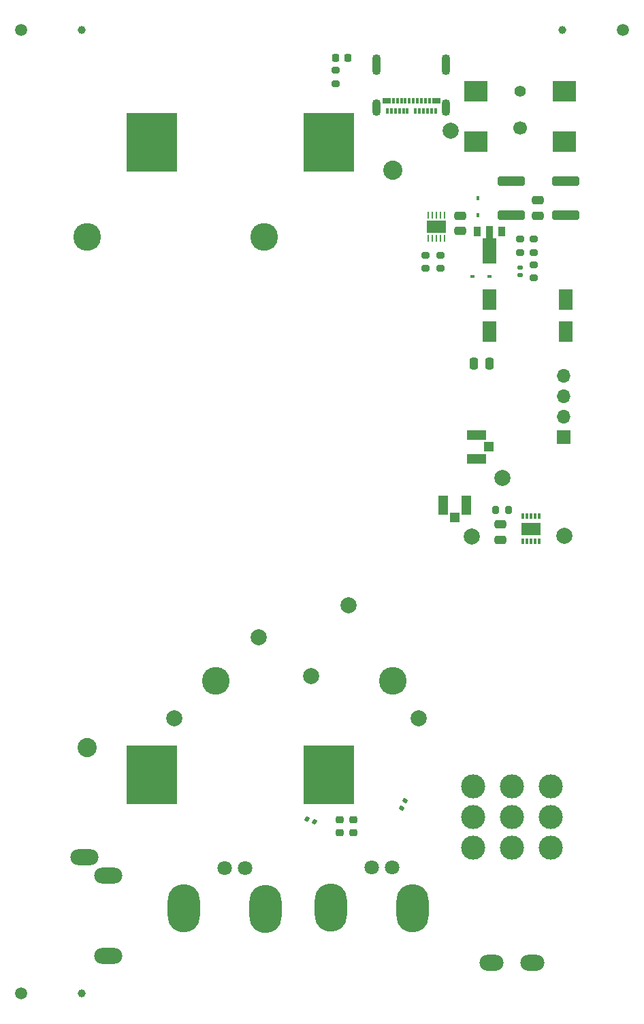
<source format=gts>
G04 #@! TF.GenerationSoftware,KiCad,Pcbnew,6.0.11+dfsg-1*
G04 #@! TF.CreationDate,2023-09-05T11:20:00+01:00*
G04 #@! TF.ProjectId,low-noise-power-probe-panel,6c6f772d-6e6f-4697-9365-2d706f776572,rev?*
G04 #@! TF.SameCoordinates,Original*
G04 #@! TF.FileFunction,Soldermask,Top*
G04 #@! TF.FilePolarity,Negative*
%FSLAX46Y46*%
G04 Gerber Fmt 4.6, Leading zero omitted, Abs format (unit mm)*
G04 Created by KiCad (PCBNEW 6.0.11+dfsg-1) date 2023-09-05 11:20:00*
%MOMM*%
%LPD*%
G01*
G04 APERTURE LIST*
G04 Aperture macros list*
%AMRoundRect*
0 Rectangle with rounded corners*
0 $1 Rounding radius*
0 $2 $3 $4 $5 $6 $7 $8 $9 X,Y pos of 4 corners*
0 Add a 4 corners polygon primitive as box body*
4,1,4,$2,$3,$4,$5,$6,$7,$8,$9,$2,$3,0*
0 Add four circle primitives for the rounded corners*
1,1,$1+$1,$2,$3*
1,1,$1+$1,$4,$5*
1,1,$1+$1,$6,$7*
1,1,$1+$1,$8,$9*
0 Add four rect primitives between the rounded corners*
20,1,$1+$1,$2,$3,$4,$5,0*
20,1,$1+$1,$4,$5,$6,$7,0*
20,1,$1+$1,$6,$7,$8,$9,0*
20,1,$1+$1,$8,$9,$2,$3,0*%
%AMFreePoly0*
4,1,9,3.862500,-0.866500,0.737500,-0.866500,0.737500,-0.450000,-0.737500,-0.450000,-0.737500,0.450000,0.737500,0.450000,0.737500,0.866500,3.862500,0.866500,3.862500,-0.866500,3.862500,-0.866500,$1*%
G04 Aperture macros list end*
%ADD10R,1.800000X2.500000*%
%ADD11C,1.000000*%
%ADD12RoundRect,0.218750X-0.256250X0.218750X-0.256250X-0.218750X0.256250X-0.218750X0.256250X0.218750X0*%
%ADD13RoundRect,0.200000X-0.275000X0.200000X-0.275000X-0.200000X0.275000X-0.200000X0.275000X0.200000X0*%
%ADD14C,3.450000*%
%ADD15C,2.390000*%
%ADD16R,6.350000X7.340000*%
%ADD17C,1.500000*%
%ADD18RoundRect,0.250000X-1.450000X0.312500X-1.450000X-0.312500X1.450000X-0.312500X1.450000X0.312500X0*%
%ADD19RoundRect,0.250000X0.250000X0.475000X-0.250000X0.475000X-0.250000X-0.475000X0.250000X-0.475000X0*%
%ADD20RoundRect,0.101600X-1.100000X-0.525000X1.100000X-0.525000X1.100000X0.525000X-1.100000X0.525000X0*%
%ADD21RoundRect,0.101600X-0.525000X-0.500000X0.525000X-0.500000X0.525000X0.500000X-0.525000X0.500000X0*%
%ADD22C,3.000000*%
%ADD23O,3.000000X2.000000*%
%ADD24O,4.000000X6.000000*%
%ADD25C,1.800000*%
%ADD26RoundRect,0.140000X0.170000X-0.140000X0.170000X0.140000X-0.170000X0.140000X-0.170000X-0.140000X0*%
%ADD27R,0.300000X0.650000*%
%ADD28R,2.480000X1.550000*%
%ADD29RoundRect,0.062500X-0.062500X0.362500X-0.062500X-0.362500X0.062500X-0.362500X0.062500X0.362500X0*%
%ADD30R,2.380000X1.650000*%
%ADD31RoundRect,0.250000X0.475000X-0.250000X0.475000X0.250000X-0.475000X0.250000X-0.475000X-0.250000X0*%
%ADD32RoundRect,0.218750X0.256250X-0.218750X0.256250X0.218750X-0.256250X0.218750X-0.256250X-0.218750X0*%
%ADD33R,0.450000X0.600000*%
%ADD34RoundRect,0.200000X0.200000X0.275000X-0.200000X0.275000X-0.200000X-0.275000X0.200000X-0.275000X0*%
%ADD35R,0.300000X0.700000*%
%ADD36R,1.000000X0.700000*%
%ADD37O,1.100000X2.100000*%
%ADD38O,1.100000X2.600000*%
%ADD39RoundRect,0.101600X-0.525000X1.100000X-0.525000X-1.100000X0.525000X-1.100000X0.525000X1.100000X0*%
%ADD40RoundRect,0.101600X-0.500000X0.525000X-0.500000X-0.525000X0.500000X-0.525000X0.500000X0.525000X0*%
%ADD41R,1.700000X1.700000*%
%ADD42O,1.700000X1.700000*%
%ADD43RoundRect,0.140000X0.198728X0.094906X-0.055038X0.213239X-0.198728X-0.094906X0.055038X-0.213239X0*%
%ADD44C,1.700000*%
%ADD45C,1.400000*%
%ADD46R,3.000000X2.500000*%
%ADD47RoundRect,0.200000X0.275000X-0.200000X0.275000X0.200000X-0.275000X0.200000X-0.275000X-0.200000X0*%
%ADD48R,0.600000X0.450000*%
%ADD49R,0.900000X1.300000*%
%ADD50FreePoly0,270.000000*%
%ADD51RoundRect,0.250000X-0.475000X0.250000X-0.475000X-0.250000X0.475000X-0.250000X0.475000X0.250000X0*%
%ADD52RoundRect,0.218750X-0.218750X-0.256250X0.218750X-0.256250X0.218750X0.256250X-0.218750X0.256250X0*%
%ADD53RoundRect,0.140000X0.094906X-0.198728X0.213239X0.055038X-0.094906X0.198728X-0.213239X-0.055038X0*%
%ADD54O,3.500000X2.000000*%
%ADD55C,2.000000*%
G04 APERTURE END LIST*
D10*
X240300000Y-60000000D03*
X240300000Y-56000000D03*
D11*
X180100000Y-22500000D03*
D12*
X212225000Y-120712500D03*
X212225000Y-122287500D03*
D13*
X224700000Y-50475000D03*
X224700000Y-52125000D03*
D11*
X180100000Y-142300000D03*
D14*
X202800000Y-48200000D03*
D15*
X218800000Y-39870000D03*
D14*
X218800000Y-103400000D03*
D16*
X210800000Y-36470000D03*
X210800000Y-115130000D03*
D17*
X172600000Y-22500000D03*
D18*
X233500000Y-41262500D03*
X233500000Y-45537500D03*
D19*
X230790000Y-63980000D03*
X228890000Y-63980000D03*
D20*
X229200000Y-72825000D03*
X229200000Y-75775000D03*
D21*
X230725000Y-74300000D03*
D22*
X228800000Y-124120000D03*
X228800000Y-120310000D03*
X228800000Y-116500000D03*
X233630000Y-124120000D03*
X233630000Y-120310000D03*
X233630000Y-116500000D03*
X238460000Y-124120000D03*
X238460000Y-120310000D03*
X238460000Y-116500000D03*
D23*
X231090000Y-138470000D03*
X236170000Y-138470000D03*
D24*
X192820000Y-131680000D03*
X202980000Y-131780000D03*
D25*
X197900000Y-126700000D03*
X200440000Y-126700000D03*
D26*
X234600000Y-52980000D03*
X234600000Y-52020000D03*
D27*
X235000000Y-86050000D03*
X235500000Y-86050000D03*
X236000000Y-86050000D03*
X236500000Y-86050000D03*
X237000000Y-86050000D03*
X237000000Y-82950000D03*
X236500000Y-82950000D03*
X236000000Y-82950000D03*
X235500000Y-82950000D03*
X235000000Y-82950000D03*
D28*
X236000000Y-84500000D03*
D29*
X225200000Y-45500000D03*
X224700000Y-45500000D03*
X224200000Y-45500000D03*
X223700000Y-45500000D03*
X223200000Y-45500000D03*
X223200000Y-48400000D03*
X223700000Y-48400000D03*
X224200000Y-48400000D03*
X224700000Y-48400000D03*
X225200000Y-48400000D03*
D30*
X224200000Y-46950000D03*
D31*
X236800000Y-45550000D03*
X236800000Y-43650000D03*
D13*
X222900000Y-50475000D03*
X222900000Y-52125000D03*
D10*
X230800000Y-60000000D03*
X230800000Y-56000000D03*
D32*
X213925000Y-122287500D03*
X213925000Y-120712500D03*
D33*
X229350000Y-45500000D03*
X229350000Y-43400000D03*
D34*
X233225000Y-82200000D03*
X231575000Y-82200000D03*
D35*
X224109483Y-32535000D03*
X223609483Y-32535000D03*
X223109483Y-32535000D03*
X222609483Y-32535000D03*
X222109483Y-32535000D03*
X221609483Y-32535000D03*
X220609483Y-32535000D03*
X220109483Y-32535000D03*
X219609483Y-32535000D03*
X219109483Y-32535000D03*
X218609483Y-32535000D03*
X218109483Y-32535000D03*
D36*
X218009483Y-31235000D03*
D35*
X218859483Y-31235000D03*
X219359483Y-31235000D03*
X219859483Y-31235000D03*
X220359483Y-31235000D03*
X220859483Y-31235000D03*
X221359483Y-31235000D03*
X221859483Y-31235000D03*
X222359483Y-31235000D03*
X222859483Y-31235000D03*
X223359483Y-31235000D03*
D36*
X224209483Y-31235000D03*
D37*
X225429483Y-32125000D03*
X216789483Y-32125000D03*
D38*
X216789483Y-26765000D03*
X225429483Y-26765000D03*
D39*
X227975000Y-81555000D03*
X225025000Y-81555000D03*
D40*
X226500000Y-83080000D03*
D41*
X240050000Y-73100000D03*
D42*
X240050000Y-70560000D03*
X240050000Y-68020000D03*
X240050000Y-65480000D03*
D31*
X232200000Y-85850000D03*
X232200000Y-83950000D03*
D11*
X239900000Y-22500000D03*
D43*
X209032639Y-120975328D03*
X208162583Y-120569614D03*
D44*
X234600000Y-34650000D03*
D45*
X234600000Y-30050000D03*
D46*
X240100000Y-36350000D03*
X240100000Y-30050000D03*
X229100000Y-36350000D03*
X229100000Y-30050000D03*
D47*
X236300000Y-50125000D03*
X236300000Y-48475000D03*
D13*
X211650000Y-27475000D03*
X211650000Y-29125000D03*
D48*
X230800000Y-53100000D03*
X228700000Y-53100000D03*
D49*
X232300000Y-47500000D03*
D50*
X230800000Y-47587500D03*
D49*
X229300000Y-47500000D03*
D13*
X234600000Y-48475000D03*
X234600000Y-50125000D03*
D51*
X227150000Y-45550000D03*
X227150000Y-47450000D03*
D17*
X247400000Y-22500000D03*
D52*
X211662500Y-25950000D03*
X213237500Y-25950000D03*
D47*
X236300000Y-53325000D03*
X236300000Y-51675000D03*
D53*
X219872143Y-119210028D03*
X220277857Y-118339972D03*
D17*
X172600000Y-142300000D03*
D54*
X183400000Y-137650000D03*
X180400000Y-125350000D03*
X183400000Y-127650000D03*
D24*
X221280000Y-131705000D03*
X211120000Y-131605000D03*
D25*
X216200000Y-126625000D03*
X218740000Y-126625000D03*
D18*
X240300000Y-41262500D03*
X240300000Y-45537500D03*
D14*
X196800000Y-103400000D03*
D15*
X180800000Y-111730000D03*
D14*
X180800000Y-48200000D03*
D16*
X188800000Y-115130000D03*
X188800000Y-36470000D03*
D55*
X228600000Y-85500000D03*
X232400000Y-78200000D03*
X240100000Y-85400000D03*
X202100000Y-98000000D03*
X222000000Y-108100000D03*
X226000000Y-35000000D03*
X191600000Y-108100000D03*
X213300000Y-94000000D03*
X208600000Y-102800000D03*
M02*

</source>
